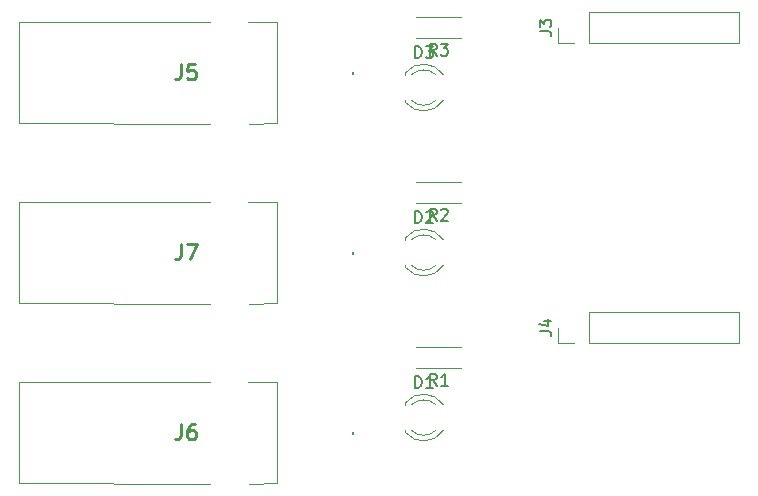
<source format=gbr>
%TF.GenerationSoftware,KiCad,Pcbnew,(5.1.9)-1*%
%TF.CreationDate,2021-06-24T15:24:35+01:00*%
%TF.ProjectId,usteppers_hat,75737465-7070-4657-9273-5f6861742e6b,rev?*%
%TF.SameCoordinates,Original*%
%TF.FileFunction,Legend,Top*%
%TF.FilePolarity,Positive*%
%FSLAX46Y46*%
G04 Gerber Fmt 4.6, Leading zero omitted, Abs format (unit mm)*
G04 Created by KiCad (PCBNEW (5.1.9)-1) date 2021-06-24 15:24:35*
%MOMM*%
%LPD*%
G01*
G04 APERTURE LIST*
%ADD10C,0.100000*%
%ADD11C,0.200000*%
%ADD12C,0.120000*%
%ADD13C,0.254000*%
%ADD14C,0.150000*%
G04 APERTURE END LIST*
D10*
%TO.C,J5*%
X174250000Y-104630000D02*
X171900000Y-104650000D01*
X174250000Y-96010000D02*
X174250000Y-104630000D01*
X171800000Y-96010000D02*
X174300000Y-96010000D01*
D11*
X180700000Y-100330000D02*
X180700000Y-100330000D01*
X180700000Y-100430000D02*
X180700000Y-100430000D01*
X180700000Y-100330000D02*
X180700000Y-100330000D01*
D10*
X152400000Y-104630000D02*
X168600000Y-104650000D01*
X152400000Y-96010000D02*
X152400000Y-104630000D01*
X168600000Y-96010000D02*
X152400000Y-96010000D01*
D11*
X180700000Y-100430000D02*
G75*
G02*
X180700000Y-100330000I0J50000D01*
G01*
X180700000Y-100330000D02*
G75*
G02*
X180700000Y-100430000I0J-50000D01*
G01*
X180700000Y-100430000D02*
G75*
G02*
X180700000Y-100330000I0J50000D01*
G01*
D12*
%TO.C,R3*%
X189880000Y-95600000D02*
X186040000Y-95600000D01*
X189880000Y-97440000D02*
X186040000Y-97440000D01*
%TO.C,R2*%
X189880000Y-109570000D02*
X186040000Y-109570000D01*
X189880000Y-111410000D02*
X186040000Y-111410000D01*
%TO.C,R1*%
X189880000Y-123540000D02*
X186040000Y-123540000D01*
X189880000Y-125380000D02*
X186040000Y-125380000D01*
D10*
%TO.C,J7*%
X174250000Y-119870000D02*
X171900000Y-119890000D01*
X174250000Y-111250000D02*
X174250000Y-119870000D01*
X171800000Y-111250000D02*
X174300000Y-111250000D01*
D11*
X180700000Y-115570000D02*
X180700000Y-115570000D01*
X180700000Y-115670000D02*
X180700000Y-115670000D01*
X180700000Y-115570000D02*
X180700000Y-115570000D01*
D10*
X152400000Y-119870000D02*
X168600000Y-119890000D01*
X152400000Y-111250000D02*
X152400000Y-119870000D01*
X168600000Y-111250000D02*
X152400000Y-111250000D01*
D11*
X180700000Y-115670000D02*
G75*
G02*
X180700000Y-115570000I0J50000D01*
G01*
X180700000Y-115570000D02*
G75*
G02*
X180700000Y-115670000I0J-50000D01*
G01*
X180700000Y-115670000D02*
G75*
G02*
X180700000Y-115570000I0J50000D01*
G01*
D10*
%TO.C,J6*%
X174250000Y-135110000D02*
X171900000Y-135130000D01*
X174250000Y-126490000D02*
X174250000Y-135110000D01*
X171800000Y-126490000D02*
X174300000Y-126490000D01*
D11*
X180700000Y-130810000D02*
X180700000Y-130810000D01*
X180700000Y-130910000D02*
X180700000Y-130910000D01*
X180700000Y-130810000D02*
X180700000Y-130810000D01*
D10*
X152400000Y-135110000D02*
X168600000Y-135130000D01*
X152400000Y-126490000D02*
X152400000Y-135110000D01*
X168600000Y-126490000D02*
X152400000Y-126490000D01*
D11*
X180700000Y-130910000D02*
G75*
G02*
X180700000Y-130810000I0J50000D01*
G01*
X180700000Y-130810000D02*
G75*
G02*
X180700000Y-130910000I0J-50000D01*
G01*
X180700000Y-130910000D02*
G75*
G02*
X180700000Y-130810000I0J50000D01*
G01*
D12*
%TO.C,J4*%
X198060000Y-123250000D02*
X198060000Y-121920000D01*
X199390000Y-123250000D02*
X198060000Y-123250000D01*
X200660000Y-123250000D02*
X200660000Y-120590000D01*
X200660000Y-120590000D02*
X213420000Y-120590000D01*
X200660000Y-123250000D02*
X213420000Y-123250000D01*
X213420000Y-123250000D02*
X213420000Y-120590000D01*
%TO.C,J3*%
X198060000Y-97850000D02*
X198060000Y-96520000D01*
X199390000Y-97850000D02*
X198060000Y-97850000D01*
X200660000Y-97850000D02*
X200660000Y-95190000D01*
X200660000Y-95190000D02*
X213420000Y-95190000D01*
X200660000Y-97850000D02*
X213420000Y-97850000D01*
X213420000Y-97850000D02*
X213420000Y-95190000D01*
%TO.C,D3*%
X185130000Y-102680000D02*
X185130000Y-102836000D01*
X185130000Y-100364000D02*
X185130000Y-100520000D01*
X187731130Y-102679837D02*
G75*
G02*
X185649039Y-102680000I-1041130J1079837D01*
G01*
X187731130Y-100520163D02*
G75*
G03*
X185649039Y-100520000I-1041130J-1079837D01*
G01*
X188362335Y-102678608D02*
G75*
G02*
X185130000Y-102835516I-1672335J1078608D01*
G01*
X188362335Y-100521392D02*
G75*
G03*
X185130000Y-100364484I-1672335J-1078608D01*
G01*
%TO.C,D2*%
X185130000Y-116650000D02*
X185130000Y-116806000D01*
X185130000Y-114334000D02*
X185130000Y-114490000D01*
X187731130Y-116649837D02*
G75*
G02*
X185649039Y-116650000I-1041130J1079837D01*
G01*
X187731130Y-114490163D02*
G75*
G03*
X185649039Y-114490000I-1041130J-1079837D01*
G01*
X188362335Y-116648608D02*
G75*
G02*
X185130000Y-116805516I-1672335J1078608D01*
G01*
X188362335Y-114491392D02*
G75*
G03*
X185130000Y-114334484I-1672335J-1078608D01*
G01*
%TO.C,D1*%
X185130000Y-130620000D02*
X185130000Y-130776000D01*
X185130000Y-128304000D02*
X185130000Y-128460000D01*
X187731130Y-130619837D02*
G75*
G02*
X185649039Y-130620000I-1041130J1079837D01*
G01*
X187731130Y-128460163D02*
G75*
G03*
X185649039Y-128460000I-1041130J-1079837D01*
G01*
X188362335Y-130618608D02*
G75*
G02*
X185130000Y-130775516I-1672335J1078608D01*
G01*
X188362335Y-128461392D02*
G75*
G03*
X185130000Y-128304484I-1672335J-1078608D01*
G01*
%TO.C,J5*%
D13*
X166151666Y-99634523D02*
X166151666Y-100541666D01*
X166091190Y-100723095D01*
X165970238Y-100844047D01*
X165788809Y-100904523D01*
X165667857Y-100904523D01*
X167361190Y-99634523D02*
X166756428Y-99634523D01*
X166695952Y-100239285D01*
X166756428Y-100178809D01*
X166877380Y-100118333D01*
X167179761Y-100118333D01*
X167300714Y-100178809D01*
X167361190Y-100239285D01*
X167421666Y-100360238D01*
X167421666Y-100662619D01*
X167361190Y-100783571D01*
X167300714Y-100844047D01*
X167179761Y-100904523D01*
X166877380Y-100904523D01*
X166756428Y-100844047D01*
X166695952Y-100783571D01*
%TO.C,R3*%
D14*
X187793333Y-98892380D02*
X187460000Y-98416190D01*
X187221904Y-98892380D02*
X187221904Y-97892380D01*
X187602857Y-97892380D01*
X187698095Y-97940000D01*
X187745714Y-97987619D01*
X187793333Y-98082857D01*
X187793333Y-98225714D01*
X187745714Y-98320952D01*
X187698095Y-98368571D01*
X187602857Y-98416190D01*
X187221904Y-98416190D01*
X188126666Y-97892380D02*
X188745714Y-97892380D01*
X188412380Y-98273333D01*
X188555238Y-98273333D01*
X188650476Y-98320952D01*
X188698095Y-98368571D01*
X188745714Y-98463809D01*
X188745714Y-98701904D01*
X188698095Y-98797142D01*
X188650476Y-98844761D01*
X188555238Y-98892380D01*
X188269523Y-98892380D01*
X188174285Y-98844761D01*
X188126666Y-98797142D01*
%TO.C,R2*%
X187793333Y-112862380D02*
X187460000Y-112386190D01*
X187221904Y-112862380D02*
X187221904Y-111862380D01*
X187602857Y-111862380D01*
X187698095Y-111910000D01*
X187745714Y-111957619D01*
X187793333Y-112052857D01*
X187793333Y-112195714D01*
X187745714Y-112290952D01*
X187698095Y-112338571D01*
X187602857Y-112386190D01*
X187221904Y-112386190D01*
X188174285Y-111957619D02*
X188221904Y-111910000D01*
X188317142Y-111862380D01*
X188555238Y-111862380D01*
X188650476Y-111910000D01*
X188698095Y-111957619D01*
X188745714Y-112052857D01*
X188745714Y-112148095D01*
X188698095Y-112290952D01*
X188126666Y-112862380D01*
X188745714Y-112862380D01*
%TO.C,R1*%
X187793333Y-126832380D02*
X187460000Y-126356190D01*
X187221904Y-126832380D02*
X187221904Y-125832380D01*
X187602857Y-125832380D01*
X187698095Y-125880000D01*
X187745714Y-125927619D01*
X187793333Y-126022857D01*
X187793333Y-126165714D01*
X187745714Y-126260952D01*
X187698095Y-126308571D01*
X187602857Y-126356190D01*
X187221904Y-126356190D01*
X188745714Y-126832380D02*
X188174285Y-126832380D01*
X188460000Y-126832380D02*
X188460000Y-125832380D01*
X188364761Y-125975238D01*
X188269523Y-126070476D01*
X188174285Y-126118095D01*
%TO.C,J7*%
D13*
X166151666Y-114874523D02*
X166151666Y-115781666D01*
X166091190Y-115963095D01*
X165970238Y-116084047D01*
X165788809Y-116144523D01*
X165667857Y-116144523D01*
X166635476Y-114874523D02*
X167482142Y-114874523D01*
X166937857Y-116144523D01*
%TO.C,J6*%
X166151666Y-130114523D02*
X166151666Y-131021666D01*
X166091190Y-131203095D01*
X165970238Y-131324047D01*
X165788809Y-131384523D01*
X165667857Y-131384523D01*
X167300714Y-130114523D02*
X167058809Y-130114523D01*
X166937857Y-130175000D01*
X166877380Y-130235476D01*
X166756428Y-130416904D01*
X166695952Y-130658809D01*
X166695952Y-131142619D01*
X166756428Y-131263571D01*
X166816904Y-131324047D01*
X166937857Y-131384523D01*
X167179761Y-131384523D01*
X167300714Y-131324047D01*
X167361190Y-131263571D01*
X167421666Y-131142619D01*
X167421666Y-130840238D01*
X167361190Y-130719285D01*
X167300714Y-130658809D01*
X167179761Y-130598333D01*
X166937857Y-130598333D01*
X166816904Y-130658809D01*
X166756428Y-130719285D01*
X166695952Y-130840238D01*
%TO.C,J4*%
D14*
X196512380Y-122253333D02*
X197226666Y-122253333D01*
X197369523Y-122300952D01*
X197464761Y-122396190D01*
X197512380Y-122539047D01*
X197512380Y-122634285D01*
X196845714Y-121348571D02*
X197512380Y-121348571D01*
X196464761Y-121586666D02*
X197179047Y-121824761D01*
X197179047Y-121205714D01*
%TO.C,J3*%
X196512380Y-96853333D02*
X197226666Y-96853333D01*
X197369523Y-96900952D01*
X197464761Y-96996190D01*
X197512380Y-97139047D01*
X197512380Y-97234285D01*
X196512380Y-96472380D02*
X196512380Y-95853333D01*
X196893333Y-96186666D01*
X196893333Y-96043809D01*
X196940952Y-95948571D01*
X196988571Y-95900952D01*
X197083809Y-95853333D01*
X197321904Y-95853333D01*
X197417142Y-95900952D01*
X197464761Y-95948571D01*
X197512380Y-96043809D01*
X197512380Y-96329523D01*
X197464761Y-96424761D01*
X197417142Y-96472380D01*
%TO.C,D3*%
X185951904Y-99092380D02*
X185951904Y-98092380D01*
X186190000Y-98092380D01*
X186332857Y-98140000D01*
X186428095Y-98235238D01*
X186475714Y-98330476D01*
X186523333Y-98520952D01*
X186523333Y-98663809D01*
X186475714Y-98854285D01*
X186428095Y-98949523D01*
X186332857Y-99044761D01*
X186190000Y-99092380D01*
X185951904Y-99092380D01*
X186856666Y-98092380D02*
X187475714Y-98092380D01*
X187142380Y-98473333D01*
X187285238Y-98473333D01*
X187380476Y-98520952D01*
X187428095Y-98568571D01*
X187475714Y-98663809D01*
X187475714Y-98901904D01*
X187428095Y-98997142D01*
X187380476Y-99044761D01*
X187285238Y-99092380D01*
X186999523Y-99092380D01*
X186904285Y-99044761D01*
X186856666Y-98997142D01*
%TO.C,D2*%
X185951904Y-113062380D02*
X185951904Y-112062380D01*
X186190000Y-112062380D01*
X186332857Y-112110000D01*
X186428095Y-112205238D01*
X186475714Y-112300476D01*
X186523333Y-112490952D01*
X186523333Y-112633809D01*
X186475714Y-112824285D01*
X186428095Y-112919523D01*
X186332857Y-113014761D01*
X186190000Y-113062380D01*
X185951904Y-113062380D01*
X186904285Y-112157619D02*
X186951904Y-112110000D01*
X187047142Y-112062380D01*
X187285238Y-112062380D01*
X187380476Y-112110000D01*
X187428095Y-112157619D01*
X187475714Y-112252857D01*
X187475714Y-112348095D01*
X187428095Y-112490952D01*
X186856666Y-113062380D01*
X187475714Y-113062380D01*
%TO.C,D1*%
X185951904Y-127032380D02*
X185951904Y-126032380D01*
X186190000Y-126032380D01*
X186332857Y-126080000D01*
X186428095Y-126175238D01*
X186475714Y-126270476D01*
X186523333Y-126460952D01*
X186523333Y-126603809D01*
X186475714Y-126794285D01*
X186428095Y-126889523D01*
X186332857Y-126984761D01*
X186190000Y-127032380D01*
X185951904Y-127032380D01*
X187475714Y-127032380D02*
X186904285Y-127032380D01*
X187190000Y-127032380D02*
X187190000Y-126032380D01*
X187094761Y-126175238D01*
X186999523Y-126270476D01*
X186904285Y-126318095D01*
%TD*%
M02*

</source>
